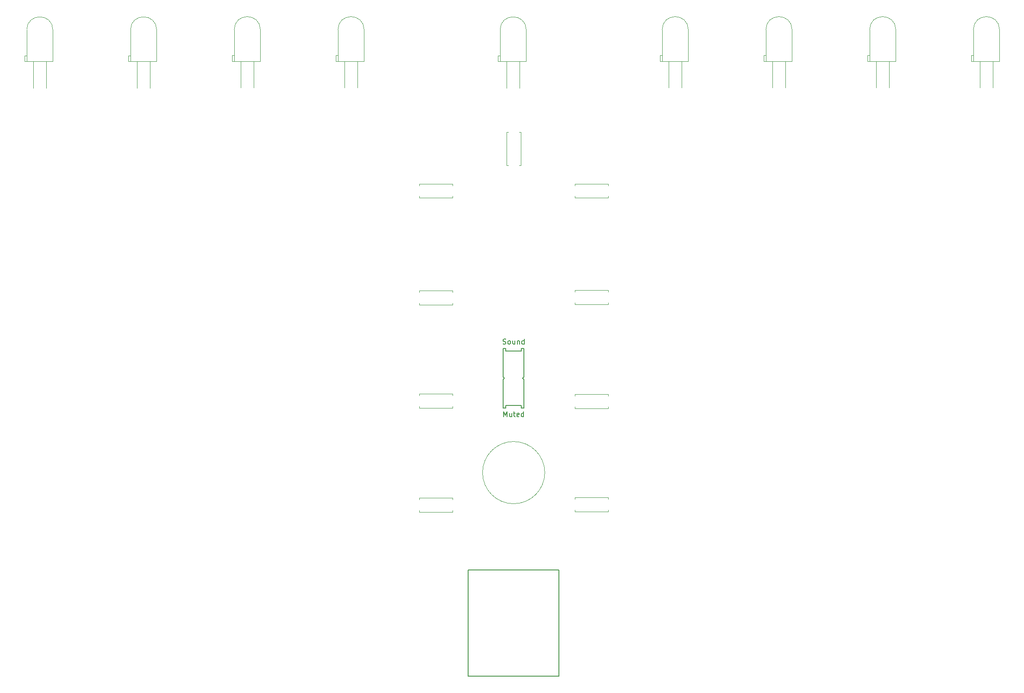
<source format=gbr>
%TF.GenerationSoftware,KiCad,Pcbnew,(6.0.7)*%
%TF.CreationDate,2022-08-28T16:25:01-04:00*%
%TF.ProjectId,CircuitPythonukiah,43697263-7569-4745-9079-74686f6e756b,rev?*%
%TF.SameCoordinates,Original*%
%TF.FileFunction,Legend,Top*%
%TF.FilePolarity,Positive*%
%FSLAX46Y46*%
G04 Gerber Fmt 4.6, Leading zero omitted, Abs format (unit mm)*
G04 Created by KiCad (PCBNEW (6.0.7)) date 2022-08-28 16:25:01*
%MOMM*%
%LPD*%
G01*
G04 APERTURE LIST*
%ADD10C,0.150000*%
%ADD11C,0.120000*%
%ADD12C,0.200000*%
%ADD13C,0.127000*%
G04 APERTURE END LIST*
D10*
X126174761Y-91590761D02*
X126317619Y-91638380D01*
X126555714Y-91638380D01*
X126650952Y-91590761D01*
X126698571Y-91543142D01*
X126746190Y-91447904D01*
X126746190Y-91352666D01*
X126698571Y-91257428D01*
X126650952Y-91209809D01*
X126555714Y-91162190D01*
X126365238Y-91114571D01*
X126270000Y-91066952D01*
X126222380Y-91019333D01*
X126174761Y-90924095D01*
X126174761Y-90828857D01*
X126222380Y-90733619D01*
X126270000Y-90686000D01*
X126365238Y-90638380D01*
X126603333Y-90638380D01*
X126746190Y-90686000D01*
X127317619Y-91638380D02*
X127222380Y-91590761D01*
X127174761Y-91543142D01*
X127127142Y-91447904D01*
X127127142Y-91162190D01*
X127174761Y-91066952D01*
X127222380Y-91019333D01*
X127317619Y-90971714D01*
X127460476Y-90971714D01*
X127555714Y-91019333D01*
X127603333Y-91066952D01*
X127650952Y-91162190D01*
X127650952Y-91447904D01*
X127603333Y-91543142D01*
X127555714Y-91590761D01*
X127460476Y-91638380D01*
X127317619Y-91638380D01*
X128508095Y-90971714D02*
X128508095Y-91638380D01*
X128079523Y-90971714D02*
X128079523Y-91495523D01*
X128127142Y-91590761D01*
X128222380Y-91638380D01*
X128365238Y-91638380D01*
X128460476Y-91590761D01*
X128508095Y-91543142D01*
X128984285Y-90971714D02*
X128984285Y-91638380D01*
X128984285Y-91066952D02*
X129031904Y-91019333D01*
X129127142Y-90971714D01*
X129270000Y-90971714D01*
X129365238Y-91019333D01*
X129412857Y-91114571D01*
X129412857Y-91638380D01*
X130317619Y-91638380D02*
X130317619Y-90638380D01*
X130317619Y-91590761D02*
X130222380Y-91638380D01*
X130031904Y-91638380D01*
X129936666Y-91590761D01*
X129889047Y-91543142D01*
X129841428Y-91447904D01*
X129841428Y-91162190D01*
X129889047Y-91066952D01*
X129936666Y-91019333D01*
X130031904Y-90971714D01*
X130222380Y-90971714D01*
X130317619Y-91019333D01*
X126317619Y-105862380D02*
X126317619Y-104862380D01*
X126650952Y-105576666D01*
X126984285Y-104862380D01*
X126984285Y-105862380D01*
X127889047Y-105195714D02*
X127889047Y-105862380D01*
X127460476Y-105195714D02*
X127460476Y-105719523D01*
X127508095Y-105814761D01*
X127603333Y-105862380D01*
X127746190Y-105862380D01*
X127841428Y-105814761D01*
X127889047Y-105767142D01*
X128222380Y-105195714D02*
X128603333Y-105195714D01*
X128365238Y-104862380D02*
X128365238Y-105719523D01*
X128412857Y-105814761D01*
X128508095Y-105862380D01*
X128603333Y-105862380D01*
X129317619Y-105814761D02*
X129222380Y-105862380D01*
X129031904Y-105862380D01*
X128936666Y-105814761D01*
X128889047Y-105719523D01*
X128889047Y-105338571D01*
X128936666Y-105243333D01*
X129031904Y-105195714D01*
X129222380Y-105195714D01*
X129317619Y-105243333D01*
X129365238Y-105338571D01*
X129365238Y-105433809D01*
X128889047Y-105529047D01*
X130222380Y-105862380D02*
X130222380Y-104862380D01*
X130222380Y-105814761D02*
X130127142Y-105862380D01*
X129936666Y-105862380D01*
X129841428Y-105814761D01*
X129793809Y-105767142D01*
X129746190Y-105671904D01*
X129746190Y-105386190D01*
X129793809Y-105290952D01*
X129841428Y-105243333D01*
X129936666Y-105195714D01*
X130127142Y-105195714D01*
X130222380Y-105243333D01*
D11*
%TO.C,D8*%
X223434258Y-36149258D02*
X223434258Y-29989258D01*
X219604258Y-36149258D02*
X219604258Y-36149258D01*
X217914258Y-35029258D02*
X218314258Y-35029258D01*
X218314258Y-36149258D02*
X218314258Y-29989258D01*
X218314258Y-36149258D02*
X217914258Y-36149258D01*
X219604258Y-41359258D02*
X219604258Y-36149258D01*
X223434258Y-36149258D02*
X218314258Y-36149258D01*
X219604258Y-41359258D02*
X219604258Y-41359258D01*
X217914258Y-36149258D02*
X217914258Y-35029258D01*
X222144258Y-41359258D02*
X222144258Y-36149258D01*
X222144258Y-36149258D02*
X222144258Y-41359258D01*
X219604258Y-36149258D02*
X219604258Y-41359258D01*
X222144258Y-41359258D02*
X222144258Y-41359258D01*
X218314258Y-35029258D02*
X218314258Y-36149258D01*
X222144258Y-36149258D02*
X222144258Y-36149258D01*
X223434258Y-29989258D02*
G75*
G03*
X218314258Y-29989258I-2560000J0D01*
G01*
%TO.C,R4*%
X109760000Y-60555000D02*
X109760000Y-60225000D01*
X109760000Y-60225000D02*
X116300000Y-60225000D01*
X116300000Y-60225000D02*
X116300000Y-60555000D01*
X109760000Y-62635000D02*
X109760000Y-62965000D01*
X109760000Y-62965000D02*
X116300000Y-62965000D01*
X116300000Y-62965000D02*
X116300000Y-62635000D01*
%TO.C,R9*%
X129640000Y-50070000D02*
X129640000Y-56610000D01*
X129310000Y-50070000D02*
X129640000Y-50070000D01*
X127230000Y-50070000D02*
X126900000Y-50070000D01*
X129640000Y-56610000D02*
X129310000Y-56610000D01*
X126900000Y-56610000D02*
X127230000Y-56610000D01*
X126900000Y-50070000D02*
X126900000Y-56610000D01*
%TO.C,D9*%
X125209258Y-36189258D02*
X125209258Y-35069258D01*
X129439258Y-36189258D02*
X129439258Y-36189258D01*
X125609258Y-35069258D02*
X125609258Y-36189258D01*
X126899258Y-41399258D02*
X126899258Y-41399258D01*
X125209258Y-35069258D02*
X125609258Y-35069258D01*
X126899258Y-36189258D02*
X126899258Y-41399258D01*
X125609258Y-36189258D02*
X125609258Y-30029258D01*
X130729258Y-36189258D02*
X130729258Y-30029258D01*
X129439258Y-41399258D02*
X129439258Y-41399258D01*
X126899258Y-41399258D02*
X126899258Y-36189258D01*
X126899258Y-36189258D02*
X126899258Y-36189258D01*
X125609258Y-36189258D02*
X125209258Y-36189258D01*
X130729258Y-36189258D02*
X125609258Y-36189258D01*
X129439258Y-36189258D02*
X129439258Y-41399258D01*
X129439258Y-41399258D02*
X129439258Y-36189258D01*
X130729258Y-30029258D02*
G75*
G03*
X125609258Y-30029258I-2560000J0D01*
G01*
%TO.C,R3*%
X109760000Y-81510000D02*
X109760000Y-81180000D01*
X109760000Y-81180000D02*
X116300000Y-81180000D01*
X109760000Y-83590000D02*
X109760000Y-83920000D01*
X109760000Y-83920000D02*
X116300000Y-83920000D01*
X116300000Y-81180000D02*
X116300000Y-81510000D01*
X116300000Y-83920000D02*
X116300000Y-83590000D01*
%TO.C,R7*%
X146780000Y-103910000D02*
X146780000Y-104240000D01*
X146780000Y-101500000D02*
X140240000Y-101500000D01*
X146780000Y-104240000D02*
X140240000Y-104240000D01*
X146780000Y-101830000D02*
X146780000Y-101500000D01*
X140240000Y-104240000D02*
X140240000Y-103910000D01*
X140240000Y-101500000D02*
X140240000Y-101830000D01*
%TO.C,R6*%
X146780000Y-81404258D02*
X146780000Y-81074258D01*
X140240000Y-81074258D02*
X140240000Y-81404258D01*
X146780000Y-83814258D02*
X140240000Y-83814258D01*
X146780000Y-81074258D02*
X140240000Y-81074258D01*
X146780000Y-83484258D02*
X146780000Y-83814258D01*
X140240000Y-83814258D02*
X140240000Y-83484258D01*
%TO.C,D7*%
X197994258Y-35029258D02*
X197994258Y-36149258D01*
X197994258Y-36149258D02*
X197994258Y-29989258D01*
X203114258Y-36149258D02*
X203114258Y-29989258D01*
X201824258Y-41359258D02*
X201824258Y-36149258D01*
X199284258Y-36149258D02*
X199284258Y-36149258D01*
X199284258Y-41359258D02*
X199284258Y-36149258D01*
X197994258Y-36149258D02*
X197594258Y-36149258D01*
X201824258Y-36149258D02*
X201824258Y-36149258D01*
X203114258Y-36149258D02*
X197994258Y-36149258D01*
X197594258Y-35029258D02*
X197994258Y-35029258D01*
X201824258Y-36149258D02*
X201824258Y-41359258D01*
X197594258Y-36149258D02*
X197594258Y-35029258D01*
X199284258Y-41359258D02*
X199284258Y-41359258D01*
X199284258Y-36149258D02*
X199284258Y-41359258D01*
X201824258Y-41359258D02*
X201824258Y-41359258D01*
X203114258Y-29989258D02*
G75*
G03*
X197994258Y-29989258I-2560000J0D01*
G01*
%TO.C,D4*%
X93854258Y-36149258D02*
X93854258Y-29989258D01*
X93854258Y-36149258D02*
X93454258Y-36149258D01*
X97684258Y-41359258D02*
X97684258Y-36149258D01*
X98974258Y-36149258D02*
X93854258Y-36149258D01*
X93454258Y-35029258D02*
X93854258Y-35029258D01*
X95144258Y-36149258D02*
X95144258Y-36149258D01*
X97684258Y-36149258D02*
X97684258Y-36149258D01*
X97684258Y-36149258D02*
X97684258Y-41359258D01*
X93454258Y-36149258D02*
X93454258Y-35029258D01*
X95144258Y-41359258D02*
X95144258Y-36149258D01*
X95144258Y-41359258D02*
X95144258Y-41359258D01*
X98974258Y-36149258D02*
X98974258Y-29989258D01*
X95144258Y-36149258D02*
X95144258Y-41359258D01*
X93854258Y-35029258D02*
X93854258Y-36149258D01*
X97684258Y-41359258D02*
X97684258Y-41359258D01*
X98974258Y-29989258D02*
G75*
G03*
X93854258Y-29989258I-2560000J0D01*
G01*
%TO.C,R5*%
X146780000Y-62965000D02*
X140240000Y-62965000D01*
X146780000Y-60555000D02*
X146780000Y-60225000D01*
X140240000Y-60225000D02*
X140240000Y-60555000D01*
X146780000Y-62635000D02*
X146780000Y-62965000D01*
X140240000Y-62965000D02*
X140240000Y-62635000D01*
X146780000Y-60225000D02*
X140240000Y-60225000D01*
%TO.C,D3*%
X73534258Y-35029258D02*
X73534258Y-36149258D01*
X74824258Y-36149258D02*
X74824258Y-41359258D01*
X78654258Y-36149258D02*
X73534258Y-36149258D01*
X74824258Y-41359258D02*
X74824258Y-41359258D01*
X78654258Y-36149258D02*
X78654258Y-29989258D01*
X73134258Y-35029258D02*
X73534258Y-35029258D01*
X77364258Y-36149258D02*
X77364258Y-41359258D01*
X73534258Y-36149258D02*
X73534258Y-29989258D01*
X77364258Y-36149258D02*
X77364258Y-36149258D01*
X73534258Y-36149258D02*
X73134258Y-36149258D01*
X77364258Y-41359258D02*
X77364258Y-36149258D01*
X77364258Y-41359258D02*
X77364258Y-41359258D01*
X74824258Y-36149258D02*
X74824258Y-36149258D01*
X73134258Y-36149258D02*
X73134258Y-35029258D01*
X74824258Y-41359258D02*
X74824258Y-36149258D01*
X78654258Y-29989258D02*
G75*
G03*
X73534258Y-29989258I-2560000J0D01*
G01*
%TO.C,R8*%
X140240000Y-121714258D02*
X140240000Y-122044258D01*
X146780000Y-124454258D02*
X140240000Y-124454258D01*
X146780000Y-122044258D02*
X146780000Y-121714258D01*
X146780000Y-124124258D02*
X146780000Y-124454258D01*
X140240000Y-124454258D02*
X140240000Y-124124258D01*
X146780000Y-121714258D02*
X140240000Y-121714258D01*
%TO.C,R1*%
X109760000Y-124560000D02*
X116300000Y-124560000D01*
X109760000Y-121820000D02*
X116300000Y-121820000D01*
X109760000Y-122150000D02*
X109760000Y-121820000D01*
X116300000Y-121820000D02*
X116300000Y-122150000D01*
X116300000Y-124560000D02*
X116300000Y-124230000D01*
X109760000Y-124230000D02*
X109760000Y-124560000D01*
%TO.C,D5*%
X161184258Y-41359258D02*
X161184258Y-36149258D01*
X157354258Y-36149258D02*
X156954258Y-36149258D01*
X158644258Y-36149258D02*
X158644258Y-36149258D01*
X156954258Y-35029258D02*
X157354258Y-35029258D01*
X157354258Y-35029258D02*
X157354258Y-36149258D01*
X162474258Y-36149258D02*
X157354258Y-36149258D01*
X158644258Y-36149258D02*
X158644258Y-41359258D01*
X158644258Y-41359258D02*
X158644258Y-41359258D01*
X162474258Y-36149258D02*
X162474258Y-29989258D01*
X158644258Y-41359258D02*
X158644258Y-36149258D01*
X157354258Y-36149258D02*
X157354258Y-29989258D01*
X161184258Y-36149258D02*
X161184258Y-41359258D01*
X156954258Y-36149258D02*
X156954258Y-35029258D01*
X161184258Y-41359258D02*
X161184258Y-41359258D01*
X161184258Y-36149258D02*
X161184258Y-36149258D01*
X162474258Y-29989258D02*
G75*
G03*
X157354258Y-29989258I-2560000J0D01*
G01*
%TO.C,D6*%
X181504258Y-36149258D02*
X181504258Y-36149258D01*
X177674258Y-35029258D02*
X177674258Y-36149258D01*
X178964258Y-36149258D02*
X178964258Y-41359258D01*
X178964258Y-41359258D02*
X178964258Y-41359258D01*
X181504258Y-41359258D02*
X181504258Y-36149258D01*
X178964258Y-36149258D02*
X178964258Y-36149258D01*
X177674258Y-36149258D02*
X177674258Y-29989258D01*
X177274258Y-35029258D02*
X177674258Y-35029258D01*
X177274258Y-36149258D02*
X177274258Y-35029258D01*
X177674258Y-36149258D02*
X177274258Y-36149258D01*
X181504258Y-36149258D02*
X181504258Y-41359258D01*
X182794258Y-36149258D02*
X182794258Y-29989258D01*
X182794258Y-36149258D02*
X177674258Y-36149258D01*
X178964258Y-41359258D02*
X178964258Y-36149258D01*
X181504258Y-41359258D02*
X181504258Y-41359258D01*
X182794258Y-29989258D02*
G75*
G03*
X177674258Y-29989258I-2560000J0D01*
G01*
D12*
%TO.C,U1*%
X137160000Y-135890000D02*
X119380000Y-135890000D01*
X119380000Y-135890000D02*
X119380000Y-156718000D01*
X119380000Y-156718000D02*
X137160000Y-156718000D01*
X137160000Y-156718000D02*
X137160000Y-135890000D01*
D13*
%TO.C,SW1*%
X126238000Y-98552000D02*
X126492000Y-98298000D01*
X130302000Y-92456000D02*
X130302000Y-98044000D01*
X129794000Y-103632000D02*
X126746000Y-103632000D01*
X130302000Y-98552000D02*
X130302000Y-104140000D01*
X130302000Y-98044000D02*
X130048000Y-98298000D01*
X126238000Y-92456000D02*
X126746000Y-92456000D01*
X126746000Y-92456000D02*
X126746000Y-92964000D01*
X129794000Y-104140000D02*
X129794000Y-103632000D01*
X129794000Y-92964000D02*
X129794000Y-92456000D01*
X126238000Y-98044000D02*
X126238000Y-92456000D01*
X126492000Y-98298000D02*
X126238000Y-98044000D01*
X126746000Y-104140000D02*
X126238000Y-104140000D01*
X126746000Y-92964000D02*
X129794000Y-92964000D01*
X130048000Y-98298000D02*
X130302000Y-98552000D01*
X126746000Y-103632000D02*
X126746000Y-104140000D01*
X130302000Y-104140000D02*
X129794000Y-104140000D01*
X129794000Y-92456000D02*
X130302000Y-92456000D01*
X126238000Y-104140000D02*
X126238000Y-98552000D01*
D11*
%TO.C,R2*%
X116300000Y-101394258D02*
X116300000Y-101724258D01*
X109760000Y-101394258D02*
X116300000Y-101394258D01*
X109760000Y-101724258D02*
X109760000Y-101394258D01*
X116300000Y-104134258D02*
X116300000Y-103804258D01*
X109760000Y-104134258D02*
X116300000Y-104134258D01*
X109760000Y-103804258D02*
X109760000Y-104134258D01*
%TO.C,D2*%
X57049258Y-36189258D02*
X57049258Y-36189258D01*
X58339258Y-36189258D02*
X58339258Y-30029258D01*
X53219258Y-36189258D02*
X52819258Y-36189258D01*
X54509258Y-36189258D02*
X54509258Y-41399258D01*
X54509258Y-36189258D02*
X54509258Y-36189258D01*
X53219258Y-36189258D02*
X53219258Y-30029258D01*
X52819258Y-35069258D02*
X53219258Y-35069258D01*
X54509258Y-41399258D02*
X54509258Y-41399258D01*
X58339258Y-36189258D02*
X53219258Y-36189258D01*
X52819258Y-36189258D02*
X52819258Y-35069258D01*
X57049258Y-36189258D02*
X57049258Y-41399258D01*
X57049258Y-41399258D02*
X57049258Y-36189258D01*
X57049258Y-41399258D02*
X57049258Y-41399258D01*
X53219258Y-35069258D02*
X53219258Y-36189258D01*
X54509258Y-41399258D02*
X54509258Y-36189258D01*
X58339258Y-30029258D02*
G75*
G03*
X53219258Y-30029258I-2560000J0D01*
G01*
%TO.C,LS1*%
X134366000Y-116840000D02*
G75*
G03*
X134366000Y-116840000I-6096000J0D01*
G01*
%TO.C,D1*%
X34184258Y-41399258D02*
X34184258Y-41399258D01*
X32894258Y-36189258D02*
X32894258Y-30029258D01*
X38014258Y-36189258D02*
X32894258Y-36189258D01*
X36724258Y-41399258D02*
X36724258Y-36189258D01*
X34184258Y-41399258D02*
X34184258Y-36189258D01*
X36724258Y-36189258D02*
X36724258Y-41399258D01*
X32894258Y-35069258D02*
X32894258Y-36189258D01*
X32894258Y-36189258D02*
X32494258Y-36189258D01*
X36724258Y-36189258D02*
X36724258Y-36189258D01*
X32494258Y-36189258D02*
X32494258Y-35069258D01*
X32494258Y-35069258D02*
X32894258Y-35069258D01*
X34184258Y-36189258D02*
X34184258Y-36189258D01*
X38014258Y-36189258D02*
X38014258Y-30029258D01*
X36724258Y-41399258D02*
X36724258Y-41399258D01*
X34184258Y-36189258D02*
X34184258Y-41399258D01*
X38014258Y-30029258D02*
G75*
G03*
X32894258Y-30029258I-2560000J0D01*
G01*
%TD*%
M02*

</source>
